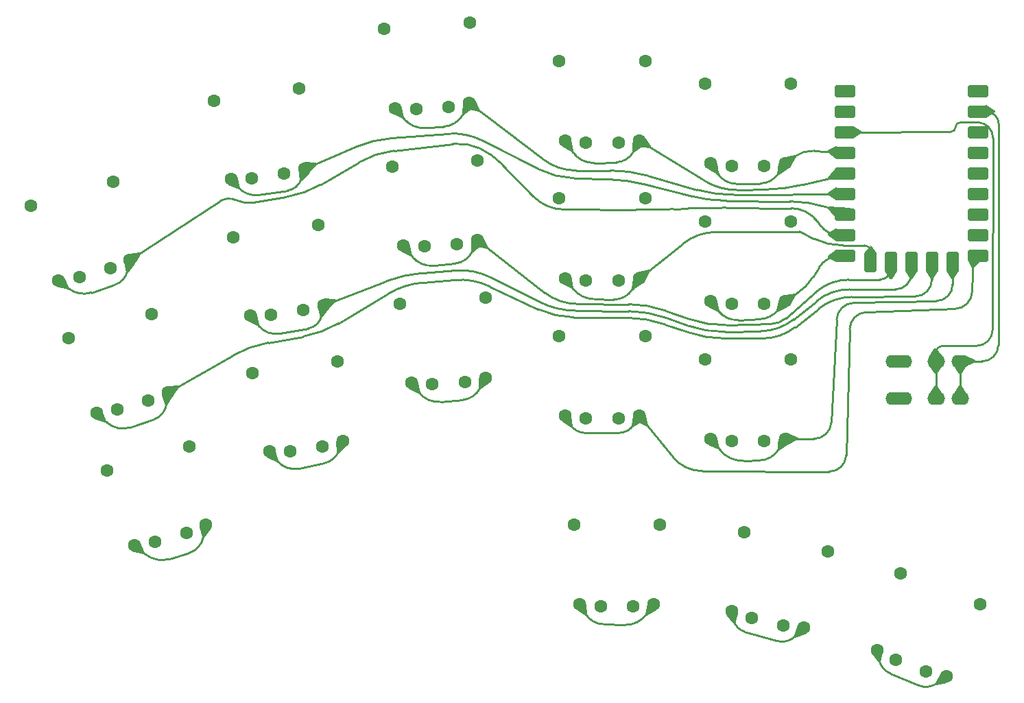
<source format=gbr>
%TF.GenerationSoftware,KiCad,Pcbnew,7.0.2-0*%
%TF.CreationDate,2023-05-11T15:54:29-04:00*%
%TF.ProjectId,mini,6d696e69-2e6b-4696-9361-645f70636258,v1.0.0*%
%TF.SameCoordinates,Original*%
%TF.FileFunction,Copper,L1,Top*%
%TF.FilePolarity,Positive*%
%FSLAX46Y46*%
G04 Gerber Fmt 4.6, Leading zero omitted, Abs format (unit mm)*
G04 Created by KiCad (PCBNEW 7.0.2-0) date 2023-05-11 15:54:29*
%MOMM*%
%LPD*%
G01*
G04 APERTURE LIST*
G04 Aperture macros list*
%AMRoundRect*
0 Rectangle with rounded corners*
0 $1 Rounding radius*
0 $2 $3 $4 $5 $6 $7 $8 $9 X,Y pos of 4 corners*
0 Add a 4 corners polygon primitive as box body*
4,1,4,$2,$3,$4,$5,$6,$7,$8,$9,$2,$3,0*
0 Add four circle primitives for the rounded corners*
1,1,$1+$1,$2,$3*
1,1,$1+$1,$4,$5*
1,1,$1+$1,$6,$7*
1,1,$1+$1,$8,$9*
0 Add four rect primitives between the rounded corners*
20,1,$1+$1,$2,$3,$4,$5,0*
20,1,$1+$1,$4,$5,$6,$7,0*
20,1,$1+$1,$6,$7,$8,$9,0*
20,1,$1+$1,$8,$9,$2,$3,0*%
G04 Aperture macros list end*
%TA.AperFunction,ComponentPad*%
%ADD10C,1.600000*%
%TD*%
%TA.AperFunction,ComponentPad*%
%ADD11O,2.200000X1.600000*%
%TD*%
%TA.AperFunction,ComponentPad*%
%ADD12RoundRect,0.400000X-0.900000X-0.400000X0.900000X-0.400000X0.900000X0.400000X-0.900000X0.400000X0*%
%TD*%
%TA.AperFunction,ComponentPad*%
%ADD13RoundRect,0.400050X-0.899950X-0.400050X0.899950X-0.400050X0.899950X0.400050X-0.899950X0.400050X0*%
%TD*%
%TA.AperFunction,ComponentPad*%
%ADD14RoundRect,0.400000X-0.400000X-0.900000X0.400000X-0.900000X0.400000X0.900000X-0.400000X0.900000X0*%
%TD*%
%TA.AperFunction,ComponentPad*%
%ADD15RoundRect,0.393700X-0.393700X-0.906300X0.393700X-0.906300X0.393700X0.906300X-0.393700X0.906300X0*%
%TD*%
%TA.AperFunction,Conductor*%
%ADD16C,0.250000*%
%TD*%
G04 APERTURE END LIST*
D10*
%TO.P,S18,1*%
%TO.N,GP2*%
X188682125Y-119091035D03*
X197233722Y-122373685D03*
%TO.P,S18,2*%
%TO.N,GND*%
X190983252Y-120295698D03*
X194717574Y-121729170D03*
%TO.P,S18,3*%
%TO.N,N/C*%
X201435824Y-113435943D03*
%TO.P,S18,4*%
X191539871Y-109637243D03*
%TD*%
%TO.P,S7,1*%
%TO.N,GP5*%
X131195715Y-86137661D03*
X140333401Y-85498692D03*
%TO.P,S7,2*%
%TO.N,GND*%
X133790357Y-86256959D03*
X137780613Y-85977933D03*
%TO.P,S7,3*%
%TO.N,N/C*%
X140364546Y-75622461D03*
%TO.P,S7,4*%
X129790367Y-76361880D03*
%TD*%
%TO.P,S11,1*%
%TO.N,GP13*%
X150166600Y-73200400D03*
X159326600Y-73200400D03*
%TO.P,S11,2*%
%TO.N,GND*%
X152746600Y-73500400D03*
X156746600Y-73500400D03*
%TO.P,S11,3*%
%TO.N,N/C*%
X160046600Y-63350400D03*
%TO.P,S11,4*%
X149446600Y-63350400D03*
%TD*%
%TO.P,S16,1*%
%TO.N,GP7*%
X151966600Y-113433800D03*
X161126600Y-113433800D03*
%TO.P,S16,2*%
%TO.N,GND*%
X154546600Y-113733800D03*
X158546600Y-113733800D03*
%TO.P,S16,3*%
%TO.N,N/C*%
X161846600Y-103583800D03*
%TO.P,S16,4*%
X151246600Y-103583800D03*
%TD*%
%TO.P,S4,1*%
%TO.N,GP4*%
X113662455Y-94603480D03*
X122733311Y-93328654D03*
%TO.P,S4,2*%
%TO.N,GND*%
X116259099Y-94541494D03*
X120220171Y-93984801D03*
%TO.P,S4,3*%
%TO.N,N/C*%
X122075449Y-83474309D03*
%TO.P,S4,4*%
X111578607Y-84949544D03*
%TD*%
%TO.P,S5,1*%
%TO.N,GP11*%
X111296555Y-77768880D03*
X120367411Y-76494054D03*
%TO.P,S5,2*%
%TO.N,GND*%
X113893199Y-77706894D03*
X117854271Y-77150201D03*
%TO.P,S5,3*%
%TO.N,N/C*%
X119709549Y-66639709D03*
%TO.P,S5,4*%
X109212707Y-68114944D03*
%TD*%
%TO.P,S10,1*%
%TO.N,GP8*%
X150166600Y-90200400D03*
X159326600Y-90200400D03*
%TO.P,S10,2*%
%TO.N,GND*%
X152746600Y-90500400D03*
X156746600Y-90500400D03*
%TO.P,S10,3*%
%TO.N,N/C*%
X160046600Y-80350400D03*
%TO.P,S10,4*%
X149446600Y-80350400D03*
%TD*%
%TO.P,S6,1*%
%TO.N,GP26*%
X108930655Y-60934380D03*
X118001511Y-59659554D03*
%TO.P,S6,2*%
%TO.N,GND*%
X111527299Y-60872394D03*
X115488371Y-60315701D03*
%TO.P,S6,3*%
%TO.N,N/C*%
X117343649Y-49805209D03*
%TO.P,S6,4*%
X106846807Y-51280444D03*
%TD*%
%TO.P,S13,1*%
%TO.N,GP9*%
X168166600Y-93033800D03*
X177326600Y-93033800D03*
%TO.P,S13,2*%
%TO.N,GND*%
X170746600Y-93333800D03*
X174746600Y-93333800D03*
%TO.P,S13,3*%
%TO.N,N/C*%
X178046600Y-83183800D03*
%TO.P,S13,4*%
X167446600Y-83183800D03*
%TD*%
%TO.P,S3,1*%
%TO.N,GP15*%
X87631472Y-73481954D03*
X96436629Y-70957116D03*
%TO.P,S3,2*%
%TO.N,GND*%
X90194218Y-73059188D03*
X94039265Y-71956638D03*
%TO.P,S3,3*%
%TO.N,N/C*%
X94413710Y-61290229D03*
%TO.P,S3,4*%
X84224336Y-64211985D03*
%TD*%
D11*
%TO.P,TRRS1,1*%
%TO.N,GND*%
X190846600Y-83433800D03*
X190846600Y-88033800D03*
%TO.P,TRRS1,2*%
X191946600Y-83433800D03*
X191946600Y-88033800D03*
%TO.P,TRRS1,3*%
%TO.N,P3V3*%
X195946600Y-83433800D03*
X195946600Y-88033800D03*
%TO.P,TRRS1,4*%
%TO.N,GP1*%
X198946600Y-83433800D03*
X198946600Y-88033800D03*
%TD*%
D10*
%TO.P,S9,1*%
%TO.N,GP27*%
X129223015Y-52192661D03*
X138360701Y-51553692D03*
%TO.P,S9,2*%
%TO.N,GND*%
X131817657Y-52311959D03*
X135807913Y-52032933D03*
%TO.P,S9,3*%
%TO.N,N/C*%
X138391846Y-41677461D03*
%TO.P,S9,4*%
X127817667Y-42416880D03*
%TD*%
%TO.P,S1,1*%
%TO.N,GP3*%
X97003172Y-106164854D03*
X105808329Y-103640016D03*
%TO.P,S1,2*%
%TO.N,GND*%
X99565918Y-105742088D03*
X103410965Y-104639538D03*
%TO.P,S1,3*%
%TO.N,N/C*%
X103785410Y-93973129D03*
%TO.P,S1,4*%
X93596036Y-96894885D03*
%TD*%
%TO.P,S2,1*%
%TO.N,GP10*%
X92317372Y-89823454D03*
X101122529Y-87298616D03*
%TO.P,S2,2*%
%TO.N,GND*%
X94880118Y-89400688D03*
X98725165Y-88298138D03*
%TO.P,S2,3*%
%TO.N,N/C*%
X99099610Y-77631729D03*
%TO.P,S2,4*%
X88910236Y-80553485D03*
%TD*%
D12*
%TO.P,RP2040Zero1,1*%
%TO.N,GP0*%
X201126600Y-50073800D03*
X201126600Y-50073800D03*
%TO.P,RP2040Zero1,2*%
%TO.N,GP1*%
X201126600Y-52613800D03*
X201126600Y-52613800D03*
%TO.P,RP2040Zero1,3*%
%TO.N,GP2*%
X201126600Y-55153800D03*
X201126600Y-55153800D03*
%TO.P,RP2040Zero1,4*%
%TO.N,GP3*%
X201126600Y-57693800D03*
X201126600Y-57693800D03*
%TO.P,RP2040Zero1,5*%
%TO.N,GP4*%
X201126600Y-60233800D03*
X201126600Y-60233800D03*
D13*
%TO.P,RP2040Zero1,6*%
%TO.N,GP5*%
X201126600Y-62773800D03*
X201126600Y-62773800D03*
%TO.P,RP2040Zero1,7*%
%TO.N,GP6*%
X201126600Y-65313800D03*
X201126600Y-65313800D03*
%TO.P,RP2040Zero1,8*%
%TO.N,GP7*%
X201126600Y-67853800D03*
X201126600Y-67853800D03*
%TO.P,RP2040Zero1,9*%
%TO.N,GP8*%
X201126600Y-70393800D03*
X201126600Y-70393800D03*
D14*
%TO.P,RP2040Zero1,10*%
%TO.N,GP9*%
X197986600Y-71203800D03*
X197986600Y-71203800D03*
D15*
%TO.P,RP2040Zero1,11*%
%TO.N,GP10*%
X195446600Y-71203800D03*
X195446600Y-71203800D03*
%TO.P,RP2040Zero1,12*%
%TO.N,GP11*%
X192906600Y-71203800D03*
X192906600Y-71203800D03*
%TO.P,RP2040Zero1,13*%
%TO.N,GP12*%
X190366600Y-71203800D03*
X190366600Y-71203800D03*
%TO.P,RP2040Zero1,14*%
%TO.N,GP13*%
X187826600Y-71203800D03*
X187826600Y-71203800D03*
D13*
%TO.P,RP2040Zero1,15*%
%TO.N,GP14*%
X184686600Y-70393800D03*
X184686600Y-70393800D03*
%TO.P,RP2040Zero1,16*%
%TO.N,GP15*%
X184686600Y-67853800D03*
X184686600Y-67853800D03*
%TO.P,RP2040Zero1,17*%
%TO.N,GP26*%
X184686600Y-65313800D03*
X184686600Y-65313800D03*
%TO.P,RP2040Zero1,18*%
%TO.N,GP27*%
X184686600Y-62773800D03*
X184686600Y-62773800D03*
%TO.P,RP2040Zero1,19*%
%TO.N,P5V*%
X184686600Y-50073800D03*
X184686600Y-50073800D03*
%TO.P,RP2040Zero1,20*%
%TO.N,GND*%
X184686600Y-52613800D03*
X184686600Y-52613800D03*
%TO.P,RP2040Zero1,21*%
%TO.N,P3V3*%
X184686600Y-55153800D03*
X184686600Y-55153800D03*
%TO.P,RP2040Zero1,22*%
%TO.N,GP28*%
X184686600Y-60233800D03*
X184686600Y-60233800D03*
%TO.P,RP2040Zero1,23*%
%TO.N,GP29*%
X184686600Y-57693800D03*
X184686600Y-57693800D03*
%TD*%
D10*
%TO.P,S8,1*%
%TO.N,GP12*%
X130209315Y-69165161D03*
X139347001Y-68526192D03*
%TO.P,S8,2*%
%TO.N,GND*%
X132803957Y-69284459D03*
X136794213Y-69005433D03*
%TO.P,S8,3*%
%TO.N,N/C*%
X139378146Y-58649961D03*
%TO.P,S8,4*%
X128803967Y-59389380D03*
%TD*%
%TO.P,S15,1*%
%TO.N,GP29*%
X168166600Y-59033800D03*
X177326600Y-59033800D03*
%TO.P,S15,2*%
%TO.N,GND*%
X170746600Y-59333800D03*
X174746600Y-59333800D03*
%TO.P,S15,3*%
%TO.N,N/C*%
X178046600Y-49183800D03*
%TO.P,S15,4*%
X167446600Y-49183800D03*
%TD*%
%TO.P,S12,1*%
%TO.N,GP28*%
X150166600Y-56200400D03*
X159326600Y-56200400D03*
%TO.P,S12,2*%
%TO.N,GND*%
X152746600Y-56500400D03*
X156746600Y-56500400D03*
%TO.P,S12,3*%
%TO.N,N/C*%
X160046600Y-46350400D03*
%TO.P,S12,4*%
X149446600Y-46350400D03*
%TD*%
%TO.P,S14,1*%
%TO.N,GP14*%
X168166600Y-76033800D03*
X177326600Y-76033800D03*
%TO.P,S14,2*%
%TO.N,GND*%
X170746600Y-76333800D03*
X174746600Y-76333800D03*
%TO.P,S14,3*%
%TO.N,N/C*%
X178046600Y-66183800D03*
%TO.P,S14,4*%
X167446600Y-66183800D03*
%TD*%
%TO.P,S17,1*%
%TO.N,GP6*%
X170736735Y-114272812D03*
X179661965Y-116333363D03*
%TO.P,S17,2*%
%TO.N,GND*%
X173183124Y-115145496D03*
X177080604Y-116045300D03*
%TO.P,S17,3*%
%TO.N,N/C*%
X182579279Y-106897783D03*
%TO.P,S17,4*%
X172250956Y-104513302D03*
%TD*%
D16*
%TO.N,GP3*%
X101328069Y-107854501D02*
X103740582Y-107122615D01*
X105513837Y-105157009D02*
X105808329Y-103640016D01*
X98338998Y-107260451D02*
X97003172Y-106164854D01*
X103740575Y-107122593D02*
G75*
G03*
X105513837Y-105157009I-744575J2454393D01*
G01*
X98338983Y-107260470D02*
G75*
G03*
X101328069Y-107854501I2050417J2500070D01*
G01*
%TO.N,GP10*%
X122158241Y-78788526D02*
X128331101Y-75118178D01*
X195435406Y-73413191D02*
X195446600Y-70603800D01*
X93597626Y-90991013D02*
X92317372Y-89823454D01*
X136481209Y-73415750D02*
X132624609Y-73741307D01*
X96519925Y-91605462D02*
X99429187Y-90625500D01*
X165332343Y-79874716D02*
X162428006Y-78870209D01*
X140859541Y-74203647D02*
X146820684Y-77012309D01*
X101122529Y-87298616D02*
X109186995Y-82717773D01*
X117872283Y-80383467D02*
X113499904Y-81161375D01*
X178601336Y-79224929D02*
X181500703Y-76939835D01*
X193422118Y-75436702D02*
X185571716Y-75507746D01*
X151231852Y-78021964D02*
X157900240Y-78086706D01*
X174533309Y-80635316D02*
X169858412Y-80635316D01*
X101122529Y-87298616D02*
X100959358Y-88731826D01*
X93597593Y-90991049D02*
G75*
G03*
X96519925Y-91605462I1982907J2174349D01*
G01*
X99429164Y-90625432D02*
G75*
G03*
X100959358Y-88731826I-724264J2150332D01*
G01*
X193422118Y-75436739D02*
G75*
G03*
X195435406Y-73413191I-18418J2031639D01*
G01*
X162428002Y-78870222D02*
G75*
G03*
X157900240Y-78086706I-4666402J-13491878D01*
G01*
X117872284Y-80383473D02*
G75*
G03*
X122158241Y-78788525I-2234984J12561973D01*
G01*
X146820691Y-77012294D02*
G75*
G03*
X151231852Y-78021964I4514009J9580494D01*
G01*
X132624609Y-73741303D02*
G75*
G03*
X128331101Y-75118179I845891J-10020397D01*
G01*
X185571716Y-75507747D02*
G75*
G03*
X181500703Y-76939836I60384J-6674053D01*
G01*
X113499906Y-81161384D02*
G75*
G03*
X109186995Y-82717773I2370094J-13321716D01*
G01*
X140859547Y-74203634D02*
G75*
G03*
X136481209Y-73415750I-3656647J-7760966D01*
G01*
X165332342Y-79874718D02*
G75*
G03*
X169858412Y-80635316I4526058J13086218D01*
G01*
X174533309Y-80635311D02*
G75*
G03*
X178601336Y-79224929I-9J6572011D01*
G01*
%TO.N,GP15*%
X146239625Y-63091702D02*
X142425300Y-59157856D01*
X107585411Y-63692080D02*
X96436629Y-70957116D01*
X96155638Y-72275445D02*
X96436629Y-70957116D01*
X124725374Y-58890244D02*
X120054596Y-61618728D01*
X181681226Y-66684085D02*
X181309554Y-66186849D01*
X88887353Y-74472334D02*
X87631472Y-73481954D01*
X94593119Y-74011663D02*
X91663834Y-74966865D01*
X163569193Y-64667270D02*
X165352400Y-64586582D01*
X183899297Y-67824659D02*
X185286600Y-67853800D01*
X129029948Y-57457819D02*
X136382775Y-56617496D01*
X158886061Y-64761825D02*
X150058533Y-64719077D01*
X111641466Y-63844695D02*
X115755422Y-63167941D01*
X170035396Y-64499082D02*
X178098775Y-64562407D01*
X158886061Y-64761825D02*
G75*
G03*
X163569193Y-64667270I453139J93577325D01*
G01*
X129029947Y-57457809D02*
G75*
G03*
X124725374Y-58890245I1250553J-10941991D01*
G01*
X115755424Y-63167956D02*
G75*
G03*
X120054596Y-61618728I-2040024J12400956D01*
G01*
X170035396Y-64499083D02*
G75*
G03*
X165352400Y-64586583I-693196J-88261017D01*
G01*
X109530400Y-63554485D02*
G75*
G03*
X107585411Y-63692081I-848600J-1820115D01*
G01*
X88887345Y-74472345D02*
G75*
G03*
X91663834Y-74966864I1850155J2346145D01*
G01*
X139661271Y-57168543D02*
G75*
G03*
X136382775Y-56617496I-2596271J-5418357D01*
G01*
X181681217Y-66684092D02*
G75*
G03*
X183899297Y-67824658I2277783J1702592D01*
G01*
X146239648Y-63091680D02*
G75*
G03*
X150058533Y-64719076I3844852J3727980D01*
G01*
X94593100Y-74011606D02*
G75*
G03*
X96155638Y-72275445I-725100J2223806D01*
G01*
X109530404Y-63554477D02*
G75*
G03*
X111641466Y-63844694I1525196J3271277D01*
G01*
X181309568Y-66186838D02*
G75*
G03*
X178098775Y-64562408I-3242568J-2423762D01*
G01*
X142425301Y-59157855D02*
G75*
G03*
X139661267Y-57168551I-6943001J-6732045D01*
G01*
%TO.N,GP4*%
X117309268Y-96692489D02*
X120435160Y-96041262D01*
X122230810Y-94550255D02*
X122733311Y-93328654D01*
X114705079Y-95810647D02*
X113662455Y-94603480D01*
X120435157Y-96041248D02*
G75*
G03*
X122230809Y-94550255I-508057J2438648D01*
G01*
X114705052Y-95810670D02*
G75*
G03*
X117309268Y-96692489I2051348J1771770D01*
G01*
%TO.N,GP11*%
X128088570Y-73564962D02*
X120367411Y-76494054D01*
X151408703Y-77199645D02*
X158067309Y-77270319D01*
X136609580Y-72238967D02*
X132592501Y-72555126D01*
X181241158Y-75999317D02*
X178404289Y-78268812D01*
X192919643Y-72590312D02*
X192906600Y-70603800D01*
X185296375Y-74576824D02*
X190946131Y-74576824D01*
X120113391Y-77816174D02*
X120367411Y-76494054D01*
X114920311Y-80032029D02*
X118534583Y-79378018D01*
X112307319Y-79045418D02*
X111296555Y-77768880D01*
X169913455Y-79812185D02*
X174343395Y-79733779D01*
X165399553Y-79074658D02*
X162586975Y-78074630D01*
X147028630Y-76137446D02*
X140958266Y-73090361D01*
X112307333Y-79045407D02*
G75*
G03*
X114920311Y-80032029I2129367J1686007D01*
G01*
X190946131Y-74576885D02*
G75*
G03*
X192919642Y-72590312I-31J1973585D01*
G01*
X165399556Y-79074648D02*
G75*
G03*
X169913455Y-79812184I4287444J12058348D01*
G01*
X132592501Y-72555126D02*
G75*
G03*
X128088570Y-73564962I1279299J-16254574D01*
G01*
X174343395Y-79733779D02*
G75*
G03*
X178404289Y-78268812I-118395J6689079D01*
G01*
X140958257Y-73090378D02*
G75*
G03*
X136609580Y-72238968I-3701357J-7373722D01*
G01*
X162586971Y-78074641D02*
G75*
G03*
X158067309Y-77270319I-4667571J-13127459D01*
G01*
X185296375Y-74576800D02*
G75*
G03*
X181241158Y-75999317I25J-6491500D01*
G01*
X147028624Y-76137458D02*
G75*
G03*
X151408703Y-77199644I4486176J8937358D01*
G01*
X118534592Y-79378067D02*
G75*
G03*
X120113390Y-77816174I-349692J1932367D01*
G01*
%TO.N,GP26*%
X182478373Y-64431654D02*
X185286600Y-65313800D01*
X128773236Y-55912839D02*
X135684353Y-55367122D01*
X118001511Y-59659554D02*
X117622183Y-60918611D01*
X140023944Y-56231277D02*
X146866222Y-59723478D01*
X124307066Y-57000687D02*
X118001511Y-59659554D01*
X160158449Y-61650742D02*
X165482211Y-63021215D01*
X112254664Y-62904104D02*
X115941622Y-62367168D01*
X109878409Y-62023259D02*
X108930655Y-60934380D01*
X177924597Y-63709010D02*
X170077591Y-63627483D01*
X151241940Y-60851333D02*
X155561239Y-60992205D01*
X109878425Y-62023245D02*
G75*
G03*
X112254664Y-62904104I1995075J1736445D01*
G01*
X182478375Y-64431647D02*
G75*
G03*
X177924597Y-63709010I-4717275J-15017053D01*
G01*
X128773237Y-55912856D02*
G75*
G03*
X124307066Y-57000688I1134663J-14370444D01*
G01*
X146866215Y-59723491D02*
G75*
G03*
X151241940Y-60851333I4713685J9235591D01*
G01*
X115941620Y-62367152D02*
G75*
G03*
X117622183Y-60918611I-297720J2044552D01*
G01*
X140023952Y-56231262D02*
G75*
G03*
X135684353Y-55367122I-3699052J-7247638D01*
G01*
X160158449Y-61650742D02*
G75*
G03*
X155561239Y-60992205I-5288749J-20544758D01*
G01*
X165482210Y-63021219D02*
G75*
G03*
X170077591Y-63627482I4795190J18627519D01*
G01*
%TO.N,GP5*%
X139659126Y-86796160D02*
X140333401Y-85498692D01*
X132193427Y-87364837D02*
X131195715Y-86137661D01*
X134766898Y-88456463D02*
X137528016Y-88218948D01*
X137528012Y-88218899D02*
G75*
G03*
X139659125Y-86796160I-227812J2648699D01*
G01*
X132193421Y-87364842D02*
G75*
G03*
X134766898Y-88456463I2317479J1884142D01*
G01*
%TO.N,GP12*%
X151727133Y-76378956D02*
X158021967Y-76407569D01*
X175694628Y-78826523D02*
X170050926Y-78972733D01*
X131264141Y-70499508D02*
X130209315Y-69165161D01*
X136643726Y-71368827D02*
X134010141Y-71652009D01*
X185180349Y-73379545D02*
X189008189Y-73379545D01*
X165538050Y-78256895D02*
X162541651Y-77195198D01*
X139347001Y-68526192D02*
X138729840Y-69868534D01*
X139347001Y-68526192D02*
X147645012Y-74969763D01*
X190381370Y-71991672D02*
X190366600Y-70603800D01*
X181195685Y-74865276D02*
X177400040Y-78152843D01*
X147645012Y-74969763D02*
G75*
G03*
X151727133Y-76378956I4112588J5296163D01*
G01*
X131264144Y-70499505D02*
G75*
G03*
X134010141Y-71652009I2416656J1910405D01*
G01*
X175694628Y-78826520D02*
G75*
G03*
X176604897Y-78638159I-67928J2621920D01*
G01*
X176604894Y-78638152D02*
G75*
G03*
X177400040Y-78152843I-1052594J2618652D01*
G01*
X136643727Y-71368841D02*
G75*
G03*
X138729839Y-69868534I-278227J2587341D01*
G01*
X185180349Y-73379588D02*
G75*
G03*
X181195685Y-74865276I-49J-6086212D01*
G01*
X162541651Y-77195199D02*
G75*
G03*
X158021967Y-76407570I-4582051J-12931801D01*
G01*
X189008189Y-73379547D02*
G75*
G03*
X190381369Y-71991672I11J1373247D01*
G01*
X165538054Y-78256883D02*
G75*
G03*
X170050926Y-78972733I4188146J11819983D01*
G01*
%TO.N,GP27*%
X138360701Y-51553692D02*
X147443874Y-58511280D01*
X160337111Y-60536949D02*
X166467869Y-62282427D01*
X130241458Y-53473206D02*
X129223015Y-52192661D01*
X138360701Y-51553692D02*
X137582561Y-52966828D01*
X155762447Y-59898415D02*
X151535913Y-59898415D01*
X132892356Y-54643698D02*
X135194863Y-54488473D01*
X171041010Y-62900096D02*
X185286600Y-62773800D01*
X166467869Y-62282426D02*
G75*
G03*
X171041010Y-62900095I4429731J15558826D01*
G01*
X130241469Y-53473197D02*
G75*
G03*
X132892356Y-54643698I2441131J1941497D01*
G01*
X160337114Y-60536938D02*
G75*
G03*
X155762447Y-59898415I-4574614J-16067862D01*
G01*
X147443869Y-58511287D02*
G75*
G03*
X151535913Y-59898415I4092031J5342187D01*
G01*
X135194862Y-54488452D02*
G75*
G03*
X137582561Y-52966828I-198562J2945752D01*
G01*
%TO.N,GP8*%
X159326600Y-90200400D02*
X158671374Y-91252717D01*
X184866554Y-95065227D02*
X185301316Y-79475919D01*
X167104951Y-97004876D02*
X182800676Y-97066428D01*
X163463181Y-95267850D02*
X159326600Y-90200400D01*
X200417900Y-74879069D02*
X200526600Y-70393800D01*
X187382665Y-77376674D02*
X198345445Y-76976989D01*
X152687052Y-92305035D02*
X156776513Y-92305035D01*
X150810090Y-91252717D02*
X150166600Y-90200400D01*
X163463184Y-95267847D02*
G75*
G03*
X167104951Y-97004876I3660316J2987947D01*
G01*
X187382666Y-77376711D02*
G75*
G03*
X185301317Y-79475919I78734J-2159489D01*
G01*
X156776513Y-92305054D02*
G75*
G03*
X158671373Y-91252717I-13J2232154D01*
G01*
X198345442Y-76976905D02*
G75*
G03*
X200417899Y-74879069I-78342J2150005D01*
G01*
X182800676Y-97066439D02*
G75*
G03*
X184866554Y-95065227I8024J2058639D01*
G01*
X150810142Y-91252685D02*
G75*
G03*
X152687052Y-92305035I1876958J1147685D01*
G01*
%TO.N,GP13*%
X179183456Y-67475547D02*
X180848740Y-68301363D01*
X151135703Y-74468056D02*
X150166600Y-73200400D01*
X187858891Y-69874816D02*
X187826600Y-70603800D01*
X159326600Y-73200400D02*
X164763297Y-68910722D01*
X153700066Y-75771162D02*
X156156111Y-75825741D01*
X179108225Y-67438240D02*
X179070610Y-67419587D01*
X179108225Y-67438240D02*
X179183456Y-67475547D01*
X158519112Y-74530354D02*
X159326600Y-73200400D01*
X187161483Y-69145832D02*
X184452426Y-69145832D01*
X179103854Y-67457034D02*
X168831496Y-67491400D01*
X156156111Y-75825720D02*
G75*
G03*
X158519112Y-74530354I59889J2693720D01*
G01*
X179183463Y-67475533D02*
G75*
G03*
X179103854Y-67457034I-78963J-159267D01*
G01*
X187858883Y-69874816D02*
G75*
G03*
X187161483Y-69145832I-697383J30916D01*
G01*
X151135665Y-74468085D02*
G75*
G03*
X153700066Y-75771161I2638135J2016885D01*
G01*
X179103854Y-67457003D02*
G75*
G03*
X179108225Y-67438240I-54J9903D01*
G01*
X180848734Y-68301375D02*
G75*
G03*
X184452426Y-69145832I3603666J7266975D01*
G01*
X168831496Y-67491389D02*
G75*
G03*
X164763297Y-68910722I22104J-6603311D01*
G01*
%TO.N,GP28*%
X167366166Y-61161168D02*
X159326600Y-56200400D01*
X159326600Y-56200400D02*
X158656167Y-57515777D01*
X179555398Y-61645282D02*
X185286600Y-60233800D01*
X151117013Y-57609224D02*
X150166600Y-56200400D01*
X153766013Y-58964409D02*
X156510090Y-58877754D01*
X171614435Y-62319669D02*
X174951672Y-62251563D01*
X167366154Y-61161188D02*
G75*
G03*
X171614435Y-62319669I4089346J6627388D01*
G01*
X156510090Y-58877742D02*
G75*
G03*
X158656166Y-57515777I-78790J2495942D01*
G01*
X174951672Y-62251567D02*
G75*
G03*
X179555398Y-61645281I-429472J21043067D01*
G01*
X151117041Y-57609205D02*
G75*
G03*
X153766013Y-58964409I2551859J1721505D01*
G01*
%TO.N,GP9*%
X169282474Y-94402925D02*
X168166600Y-93033800D01*
X198009610Y-73958841D02*
X197986600Y-70603800D01*
X183689953Y-78304893D02*
X183037982Y-90988695D01*
X177326600Y-93033800D02*
X180911373Y-93017830D01*
X172164133Y-95730985D02*
X174189506Y-95683884D01*
X196017618Y-76009112D02*
X185823471Y-76233159D01*
X177326600Y-93033800D02*
X176524647Y-94341014D01*
X169282467Y-94402931D02*
G75*
G03*
X172164133Y-95730985I2797733J2280231D01*
G01*
X180911373Y-93017880D02*
G75*
G03*
X183037981Y-90988695I-9573J2138980D01*
G01*
X174189507Y-95683917D02*
G75*
G03*
X176524647Y-94341014I-65507J2815617D01*
G01*
X185823470Y-76233103D02*
G75*
G03*
X183689954Y-78304893I48030J-2183897D01*
G01*
X196017617Y-76009066D02*
G75*
G03*
X198009609Y-73958841I-44717J2036266D01*
G01*
%TO.N,GP14*%
X169096741Y-77235384D02*
X168166600Y-76033800D01*
X177326600Y-76033800D02*
X176462736Y-77111562D01*
X181521275Y-71865767D02*
X180835039Y-72977943D01*
X183796147Y-70494134D02*
X185286600Y-70393800D01*
X171544913Y-78369500D02*
X174218992Y-78250653D01*
X177326600Y-76033800D02*
X178664293Y-75180932D01*
X169096764Y-77235366D02*
G75*
G03*
X171544913Y-78369500I2318036J1794366D01*
G01*
X174218992Y-78250657D02*
G75*
G03*
X176462736Y-77111562I-135392J3046057D01*
G01*
X183796146Y-70494118D02*
G75*
G03*
X181521275Y-71865767I194954J-2895582D01*
G01*
X178664301Y-75180945D02*
G75*
G03*
X180835039Y-72977943I-3723201J5839645D01*
G01*
%TO.N,GP29*%
X176524647Y-60253576D02*
X177326600Y-59033800D01*
X178443889Y-58210513D02*
X177326600Y-59033800D01*
X169034830Y-60315487D02*
X168166600Y-59033800D01*
X174263236Y-61504405D02*
X171450789Y-61564244D01*
X180947045Y-57461434D02*
X185286600Y-57693800D01*
X169034857Y-60315469D02*
G75*
G03*
X171450789Y-61564244I2355443J1595569D01*
G01*
X180947046Y-57461422D02*
G75*
G03*
X178443889Y-58210514I-206946J-3865278D01*
G01*
X174263235Y-61504349D02*
G75*
G03*
X176524646Y-60253576I-59035J2776449D01*
G01*
%TO.N,GP7*%
X160191607Y-114720020D02*
X161126600Y-113433800D01*
X154897044Y-115912485D02*
X157666832Y-115972051D01*
X152714751Y-114657722D02*
X151966600Y-113433800D01*
X157666832Y-115972053D02*
G75*
G03*
X160191607Y-114720020I65368J3039853D01*
G01*
X152714798Y-114657693D02*
G75*
G03*
X154897044Y-115912485I2238702J1368393D01*
G01*
%TO.N,GP6*%
X178648242Y-117353463D02*
X179661965Y-116333363D01*
X172313822Y-116823845D02*
X176253757Y-117971399D01*
X170977281Y-115388718D02*
X170736735Y-114272812D01*
X170977331Y-115388707D02*
G75*
G03*
X172313822Y-116823845I1872069J403507D01*
G01*
X176253748Y-117971429D02*
G75*
G03*
X178648241Y-117353462I677052J2324629D01*
G01*
%TO.N,GP2*%
X188920885Y-120289748D02*
X188682125Y-119091035D01*
X193755572Y-123444176D02*
X190284313Y-121967044D01*
X196124688Y-123177033D02*
X197233722Y-122373685D01*
X193755574Y-123444172D02*
G75*
G03*
X196124688Y-123177033I948326J2228572D01*
G01*
X188920874Y-120289750D02*
G75*
G03*
X190284313Y-121967043I2269526J452050D01*
G01*
%TO.N,P3V3*%
X195946600Y-83433800D02*
X195946600Y-88033800D01*
X200944114Y-81554470D02*
X196822178Y-81554470D01*
X197795889Y-55133326D02*
X185286600Y-55153800D01*
X202998253Y-55905088D02*
X202949129Y-79553615D01*
X201008544Y-53935705D02*
X198933182Y-53961327D01*
X195914279Y-82494135D02*
X195946600Y-83433800D01*
X196822178Y-81554442D02*
G75*
G03*
X195914279Y-82494135I22J-908458D01*
G01*
X197795889Y-55133308D02*
G75*
G03*
X198364557Y-54550443I-889J569708D01*
G01*
X198933182Y-53961350D02*
G75*
G03*
X198364558Y-54550443I7118J-575850D01*
G01*
X202998240Y-55905088D02*
G75*
G03*
X201008544Y-53935706I-1965440J4088D01*
G01*
X200944114Y-81554433D02*
G75*
G03*
X202949129Y-79553615I-14J2005033D01*
G01*
%TO.N,GP1*%
X203720730Y-54219652D02*
X203645995Y-81474048D01*
X201642805Y-83455637D02*
X198946600Y-83433800D01*
X202125858Y-52617098D02*
X200526600Y-52613800D01*
X198946600Y-83433800D02*
X198946600Y-88033800D01*
X201642805Y-83455637D02*
G75*
G03*
X203645995Y-81474048I16095J1987037D01*
G01*
X203720799Y-54219652D02*
G75*
G03*
X202125858Y-52617098I-1598199J4352D01*
G01*
%TD*%
%TA.AperFunction,Conductor*%
%TO.N,GP12*%
G36*
X139350831Y-68528705D02*
G01*
X139350852Y-68528726D01*
X139903664Y-69082834D01*
X139907081Y-69091111D01*
X139903644Y-69099380D01*
X139902887Y-69100072D01*
X138800160Y-70022415D01*
X138791616Y-70025094D01*
X138787767Y-70024070D01*
X138574049Y-69925810D01*
X138567963Y-69919241D01*
X138567237Y-69915353D01*
X138547173Y-68538046D01*
X138550479Y-68529726D01*
X138558702Y-68526179D01*
X138558754Y-68526178D01*
X139342557Y-68525289D01*
X139350831Y-68528705D01*
G37*
%TD.AperFunction*%
%TD*%
%TA.AperFunction,Conductor*%
%TO.N,GP8*%
G36*
X159327569Y-90202978D02*
G01*
X159330119Y-90206794D01*
X159629032Y-90930510D01*
X159629023Y-90939464D01*
X159624580Y-90944795D01*
X158601157Y-91607953D01*
X158592351Y-91609576D01*
X158588611Y-91608066D01*
X158388966Y-91483756D01*
X158383754Y-91476474D01*
X158383523Y-91472516D01*
X158525432Y-90210778D01*
X158529762Y-90202942D01*
X158537044Y-90200388D01*
X159319293Y-90199560D01*
X159327569Y-90202978D01*
G37*
%TD.AperFunction*%
%TD*%
%TA.AperFunction,Conductor*%
%TO.N,GP26*%
G36*
X109666542Y-60633268D02*
G01*
X109672867Y-60639607D01*
X109673317Y-60640910D01*
X110067497Y-62045282D01*
X110066433Y-62054174D01*
X110063913Y-62057269D01*
X109886483Y-62211703D01*
X109877993Y-62214550D01*
X109874160Y-62213618D01*
X108635072Y-61678050D01*
X108628837Y-61671622D01*
X108628899Y-61662847D01*
X108928143Y-60938119D01*
X108934467Y-60931782D01*
X108934478Y-60931776D01*
X109657589Y-60633257D01*
X109666542Y-60633268D01*
G37*
%TD.AperFunction*%
%TD*%
%TA.AperFunction,Conductor*%
%TO.N,GP12*%
G36*
X190371452Y-70620315D02*
G01*
X190377232Y-70626095D01*
X191121502Y-72255227D01*
X191121823Y-72264176D01*
X191120951Y-72266010D01*
X190523542Y-73284117D01*
X190516399Y-73289518D01*
X190513576Y-73289895D01*
X190276688Y-73292416D01*
X190268378Y-73289078D01*
X190266712Y-73287029D01*
X189612609Y-72266132D01*
X189611032Y-72257318D01*
X189611816Y-72254967D01*
X190355948Y-70626094D01*
X190362503Y-70619994D01*
X190371452Y-70620315D01*
G37*
%TD.AperFunction*%
%TD*%
%TA.AperFunction,Conductor*%
%TO.N,GP5*%
G36*
X140337276Y-85501227D02*
G01*
X140346028Y-85510000D01*
X140889628Y-86054897D01*
X140893045Y-86063174D01*
X140889608Y-86071443D01*
X140888423Y-86072477D01*
X139717302Y-86962158D01*
X139708641Y-86964433D01*
X139704829Y-86963223D01*
X139496107Y-86854754D01*
X139490346Y-86847898D01*
X139489808Y-86843996D01*
X139533034Y-85509998D01*
X139536727Y-85501842D01*
X139544713Y-85498679D01*
X140329000Y-85497810D01*
X140337276Y-85501227D01*
G37*
%TD.AperFunction*%
%TD*%
%TA.AperFunction,Conductor*%
%TO.N,GP15*%
G36*
X183639002Y-67086685D02*
G01*
X184897109Y-67672116D01*
X185262548Y-67842164D01*
X185268603Y-67848761D01*
X185268220Y-67857708D01*
X185261795Y-67863699D01*
X183509424Y-68534564D01*
X183500473Y-68534321D01*
X183498740Y-68533365D01*
X182589382Y-67925622D01*
X182584408Y-67918175D01*
X182584186Y-67915654D01*
X182589161Y-67678787D01*
X182592760Y-67670590D01*
X182595110Y-67668845D01*
X183628324Y-67087097D01*
X183637214Y-67086025D01*
X183639002Y-67086685D01*
G37*
%TD.AperFunction*%
%TD*%
%TA.AperFunction,Conductor*%
%TO.N,GP29*%
G36*
X168956583Y-59033789D02*
G01*
X168964852Y-59037224D01*
X168968132Y-59043699D01*
X169157694Y-60268332D01*
X169155573Y-60277032D01*
X169152694Y-60279809D01*
X168957973Y-60411716D01*
X168949201Y-60413518D01*
X168945472Y-60412110D01*
X168944803Y-60411716D01*
X168637443Y-60230644D01*
X167869206Y-59778060D01*
X167863818Y-59770908D01*
X167864331Y-59763513D01*
X168163049Y-59040215D01*
X168169374Y-59033876D01*
X168173874Y-59032981D01*
X168956583Y-59033789D01*
G37*
%TD.AperFunction*%
%TD*%
%TA.AperFunction,Conductor*%
%TO.N,GP29*%
G36*
X178530303Y-57995858D02*
G01*
X178533234Y-57998653D01*
X178672745Y-58187984D01*
X178674894Y-58196678D01*
X178673649Y-58200432D01*
X178070694Y-59330593D01*
X178063776Y-59336280D01*
X178055905Y-59335900D01*
X177330288Y-59036248D01*
X177323950Y-59029924D01*
X177025878Y-58307838D01*
X177025889Y-58298884D01*
X177032229Y-58292560D01*
X177034385Y-58291906D01*
X178521520Y-57994122D01*
X178530303Y-57995858D01*
G37*
%TD.AperFunction*%
%TD*%
%TA.AperFunction,Conductor*%
%TO.N,GP4*%
G36*
X122737105Y-93331152D02*
G01*
X122737124Y-93331171D01*
X123290334Y-93885657D01*
X123293751Y-93893934D01*
X123290315Y-93902204D01*
X123289916Y-93902583D01*
X122245866Y-94850579D01*
X122237437Y-94853603D01*
X122233550Y-94852737D01*
X122016028Y-94763261D01*
X122009681Y-94756945D01*
X122008795Y-94753063D01*
X121933963Y-93340957D01*
X121936948Y-93332515D01*
X121945028Y-93328655D01*
X121945602Y-93328639D01*
X122728828Y-93327735D01*
X122737105Y-93331152D01*
G37*
%TD.AperFunction*%
%TD*%
%TA.AperFunction,Conductor*%
%TO.N,GP15*%
G36*
X96442370Y-70961682D02*
G01*
X96752972Y-71272936D01*
X96995080Y-71515552D01*
X96998498Y-71523828D01*
X96996087Y-71530930D01*
X96233034Y-72527190D01*
X96225282Y-72531675D01*
X96221306Y-72531519D01*
X95991281Y-72482491D01*
X95983904Y-72477415D01*
X95982332Y-72473731D01*
X95699800Y-71272933D01*
X95701241Y-71264098D01*
X95706698Y-71259452D01*
X96429603Y-70959142D01*
X96438556Y-70959134D01*
X96442370Y-70961682D01*
G37*
%TD.AperFunction*%
%TD*%
%TA.AperFunction,Conductor*%
%TO.N,GP1*%
G36*
X199561048Y-82698737D02*
G01*
X200839178Y-83320947D01*
X200845117Y-83327650D01*
X200845757Y-83331562D01*
X200843851Y-83566766D01*
X200840357Y-83575011D01*
X200837073Y-83577285D01*
X199560962Y-84169094D01*
X199552015Y-84169466D01*
X199546999Y-84165907D01*
X198951700Y-83441217D01*
X198949098Y-83432651D01*
X198951699Y-83426367D01*
X199546887Y-82701829D01*
X199554786Y-82697613D01*
X199561048Y-82698737D01*
G37*
%TD.AperFunction*%
%TD*%
%TA.AperFunction,Conductor*%
%TO.N,GP13*%
G36*
X159327558Y-73202972D02*
G01*
X159330108Y-73206787D01*
X159629079Y-73930625D01*
X159629070Y-73939580D01*
X159624752Y-73944829D01*
X158616861Y-74616290D01*
X158608076Y-74618025D01*
X158604302Y-74616554D01*
X158403276Y-74494501D01*
X158397983Y-74487278D01*
X158397707Y-74483333D01*
X158525543Y-73210917D01*
X158529779Y-73203029D01*
X158537169Y-73200388D01*
X159319282Y-73199554D01*
X159327558Y-73202972D01*
G37*
%TD.AperFunction*%
%TD*%
%TA.AperFunction,Conductor*%
%TO.N,GP11*%
G36*
X192911456Y-70620315D02*
G01*
X192917236Y-70626095D01*
X193661478Y-72255175D01*
X193661799Y-72264124D01*
X193660881Y-72266035D01*
X193052620Y-73284703D01*
X193045437Y-73290050D01*
X193042652Y-73290405D01*
X192805753Y-73291960D01*
X192797457Y-73288587D01*
X192795778Y-73286499D01*
X192152540Y-72266110D01*
X192151028Y-72257284D01*
X192151792Y-72255019D01*
X192895952Y-70626094D01*
X192902507Y-70619994D01*
X192911456Y-70620315D01*
G37*
%TD.AperFunction*%
%TD*%
%TA.AperFunction,Conductor*%
%TO.N,GP14*%
G36*
X183509301Y-69714343D02*
G01*
X185261763Y-70383863D01*
X185268268Y-70390017D01*
X185268517Y-70398969D01*
X185262523Y-70405401D01*
X183638393Y-71161197D01*
X183629447Y-71161580D01*
X183628692Y-71161274D01*
X182603131Y-70703032D01*
X182596976Y-70696528D01*
X182596230Y-70693136D01*
X182580322Y-70456824D01*
X182583186Y-70448341D01*
X182584677Y-70446912D01*
X183497818Y-69716138D01*
X183506419Y-69713645D01*
X183509301Y-69714343D01*
G37*
%TD.AperFunction*%
%TD*%
%TA.AperFunction,Conductor*%
%TO.N,GP3*%
G36*
X97740895Y-105862984D02*
G01*
X97747007Y-105868837D01*
X98307483Y-107068821D01*
X98307879Y-107077767D01*
X98305929Y-107081192D01*
X98156764Y-107263065D01*
X98148867Y-107267288D01*
X98144871Y-107266994D01*
X96710162Y-106907252D01*
X96702971Y-106901916D01*
X96701659Y-106893057D01*
X96702193Y-106891439D01*
X97000545Y-106168710D01*
X97006865Y-106162375D01*
X97731942Y-105862974D01*
X97740895Y-105862984D01*
G37*
%TD.AperFunction*%
%TD*%
%TA.AperFunction,Conductor*%
%TO.N,GP15*%
G36*
X97697379Y-69990502D02*
G01*
X97700088Y-69993419D01*
X97828492Y-70190465D01*
X97830138Y-70199268D01*
X97828653Y-70202988D01*
X97180955Y-71254781D01*
X97173699Y-71260029D01*
X97166526Y-71259460D01*
X96443034Y-70960652D01*
X96436695Y-70954327D01*
X96435800Y-70949826D01*
X96436585Y-70199268D01*
X96436618Y-70167332D01*
X96440054Y-70159063D01*
X96446753Y-70155750D01*
X97688723Y-69988212D01*
X97697379Y-69990502D01*
G37*
%TD.AperFunction*%
%TD*%
%TA.AperFunction,Conductor*%
%TO.N,GP12*%
G36*
X130944638Y-68864281D02*
G01*
X130950963Y-68870621D01*
X130951543Y-68872431D01*
X131289953Y-70325496D01*
X131288492Y-70334331D01*
X131285814Y-70337328D01*
X131101296Y-70483193D01*
X131092680Y-70485636D01*
X131088897Y-70484524D01*
X131086177Y-70483193D01*
X129913028Y-69909090D01*
X129907104Y-69902377D01*
X129907357Y-69894118D01*
X130206840Y-69168868D01*
X130213162Y-69162532D01*
X130935686Y-68864270D01*
X130944638Y-68864281D01*
G37*
%TD.AperFunction*%
%TD*%
%TA.AperFunction,Conductor*%
%TO.N,GP26*%
G36*
X118005213Y-59662018D02*
G01*
X118341093Y-59998638D01*
X118559310Y-60217336D01*
X118562728Y-60225613D01*
X118559672Y-60233485D01*
X117667989Y-61210927D01*
X117659881Y-61214730D01*
X117655970Y-61214245D01*
X117430750Y-61146391D01*
X117423817Y-61140723D01*
X117422555Y-61136922D01*
X117203518Y-59672967D01*
X117205683Y-59664279D01*
X117213358Y-59659666D01*
X117215064Y-59659537D01*
X117996938Y-59658602D01*
X118005213Y-59662018D01*
G37*
%TD.AperFunction*%
%TD*%
%TA.AperFunction,Conductor*%
%TO.N,GP5*%
G36*
X131931203Y-85836714D02*
G01*
X131937528Y-85843054D01*
X131938073Y-85844718D01*
X132292740Y-87283823D01*
X132291392Y-87292676D01*
X132288761Y-87295701D01*
X132106251Y-87444084D01*
X132097670Y-87446644D01*
X132093873Y-87445585D01*
X130899634Y-86881519D01*
X130893617Y-86874887D01*
X130893817Y-86866474D01*
X131193230Y-86141377D01*
X131199554Y-86135041D01*
X131922249Y-85836703D01*
X131931203Y-85836714D01*
G37*
%TD.AperFunction*%
%TD*%
%TA.AperFunction,Conductor*%
%TO.N,GP14*%
G36*
X168901800Y-75732971D02*
G01*
X168908125Y-75739311D01*
X168908730Y-75741229D01*
X169234987Y-77204605D01*
X169233442Y-77213426D01*
X169230729Y-77216403D01*
X169044740Y-77360375D01*
X169036100Y-77362729D01*
X169032326Y-77361578D01*
X167870162Y-76777781D01*
X167864308Y-76771005D01*
X167864599Y-76762861D01*
X168164133Y-76037501D01*
X168170454Y-76031166D01*
X168892847Y-75732960D01*
X168901800Y-75732971D01*
G37*
%TD.AperFunction*%
%TD*%
%TA.AperFunction,Conductor*%
%TO.N,GP11*%
G36*
X120380031Y-75695075D02*
G01*
X121807557Y-75810636D01*
X121815527Y-75814719D01*
X121817552Y-75818148D01*
X121900983Y-76038076D01*
X121900714Y-76047027D01*
X121898499Y-76050313D01*
X120941355Y-77051102D01*
X120933161Y-77054712D01*
X120924813Y-77051470D01*
X120924636Y-77051298D01*
X120369918Y-76497841D01*
X120366482Y-76489572D01*
X120367396Y-75706723D01*
X120370833Y-75698455D01*
X120379110Y-75695038D01*
X120380031Y-75695075D01*
G37*
%TD.AperFunction*%
%TD*%
%TA.AperFunction,Conductor*%
%TO.N,GP13*%
G36*
X187882466Y-69052502D02*
G01*
X187884041Y-69054460D01*
X188022692Y-69270832D01*
X188577549Y-70136723D01*
X188579127Y-70145537D01*
X188574010Y-70152886D01*
X188573748Y-70153049D01*
X187834892Y-70599394D01*
X187826039Y-70600739D01*
X187821169Y-70598213D01*
X187163728Y-70027117D01*
X187159730Y-70019104D01*
X187162568Y-70010611D01*
X187162870Y-70010278D01*
X187862493Y-69270832D01*
X187862493Y-69060774D01*
X187865920Y-69052502D01*
X187874193Y-69049075D01*
X187882466Y-69052502D01*
G37*
%TD.AperFunction*%
%TD*%
%TA.AperFunction,Conductor*%
%TO.N,GP4*%
G36*
X114398297Y-94302387D02*
G01*
X114404622Y-94308726D01*
X114405083Y-94310071D01*
X114794790Y-95718431D01*
X114793694Y-95727318D01*
X114791162Y-95730406D01*
X114613141Y-95884162D01*
X114604640Y-95886976D01*
X114600811Y-95886029D01*
X113366816Y-95347172D01*
X113360605Y-95340721D01*
X113360684Y-95331985D01*
X113659946Y-94607217D01*
X113666270Y-94600880D01*
X113666281Y-94600874D01*
X114389343Y-94302376D01*
X114398297Y-94302387D01*
G37*
%TD.AperFunction*%
%TD*%
%TA.AperFunction,Conductor*%
%TO.N,GP27*%
G36*
X129958374Y-51891767D02*
G01*
X129964699Y-51898107D01*
X129965272Y-51899886D01*
X130307188Y-53349956D01*
X130305751Y-53358795D01*
X130303083Y-53361798D01*
X130118995Y-53508208D01*
X130110387Y-53510676D01*
X130106601Y-53509575D01*
X128926774Y-52936576D01*
X128920829Y-52929880D01*
X128921071Y-52921586D01*
X129220538Y-52196370D01*
X129226862Y-52190034D01*
X129949420Y-51891756D01*
X129958374Y-51891767D01*
G37*
%TD.AperFunction*%
%TD*%
%TA.AperFunction,Conductor*%
%TO.N,GP10*%
G36*
X195451464Y-70620315D02*
G01*
X195457244Y-70626095D01*
X196201417Y-72255041D01*
X196201738Y-72263990D01*
X196200702Y-72266096D01*
X195564342Y-73286158D01*
X195557055Y-73291363D01*
X195554368Y-73291665D01*
X195317466Y-73290721D01*
X195309207Y-73287261D01*
X195307497Y-73285068D01*
X194692362Y-72266051D01*
X194691020Y-72257197D01*
X194691736Y-72255142D01*
X195435962Y-70626093D01*
X195442515Y-70619994D01*
X195451464Y-70620315D01*
G37*
%TD.AperFunction*%
%TD*%
%TA.AperFunction,Conductor*%
%TO.N,GP13*%
G36*
X150901727Y-72899601D02*
G01*
X150908052Y-72905941D01*
X150908671Y-72907923D01*
X151227701Y-74377380D01*
X151226107Y-74386192D01*
X151223373Y-74389157D01*
X151036523Y-74532001D01*
X151027869Y-74534303D01*
X151024100Y-74533128D01*
X149870071Y-73944410D01*
X149864259Y-73937598D01*
X149864573Y-73929524D01*
X150164138Y-73204097D01*
X150170459Y-73197762D01*
X150892775Y-72899590D01*
X150901727Y-72899601D01*
G37*
%TD.AperFunction*%
%TD*%
%TA.AperFunction,Conductor*%
%TO.N,GP9*%
G36*
X168902102Y-92732847D02*
G01*
X168908427Y-92739187D01*
X168908969Y-92740838D01*
X169265069Y-94178704D01*
X169263731Y-94187559D01*
X169261104Y-94190586D01*
X169078774Y-94339189D01*
X169070196Y-94341760D01*
X169066398Y-94340705D01*
X167870537Y-93777652D01*
X167864512Y-93771028D01*
X167864707Y-93762601D01*
X168164114Y-93037516D01*
X168170438Y-93031180D01*
X168893148Y-92732836D01*
X168902102Y-92732847D01*
G37*
%TD.AperFunction*%
%TD*%
%TA.AperFunction,Conductor*%
%TO.N,GP26*%
G36*
X185396409Y-64513029D02*
G01*
X185404493Y-64516880D01*
X185407486Y-64525320D01*
X185407369Y-64526473D01*
X185288882Y-65305365D01*
X185284250Y-65313028D01*
X185278790Y-65315212D01*
X183393128Y-65554772D01*
X183384488Y-65552415D01*
X183382500Y-65550453D01*
X182638991Y-64616777D01*
X182636518Y-64608171D01*
X182636982Y-64605983D01*
X182707324Y-64382053D01*
X182713072Y-64375188D01*
X182719091Y-64373876D01*
X185396409Y-64513029D01*
G37*
%TD.AperFunction*%
%TD*%
%TA.AperFunction,Conductor*%
%TO.N,GP10*%
G36*
X101848949Y-87599491D02*
G01*
X101855273Y-87605830D01*
X101855262Y-87614784D01*
X101854410Y-87616446D01*
X101071070Y-88883592D01*
X101063805Y-88888827D01*
X101059794Y-88889065D01*
X100826094Y-88862458D01*
X100818262Y-88858117D01*
X100816362Y-88854662D01*
X100387029Y-87615167D01*
X100387560Y-87606230D01*
X100393594Y-87600537D01*
X101118153Y-87299487D01*
X101127105Y-87299478D01*
X101848949Y-87599491D01*
G37*
%TD.AperFunction*%
%TD*%
%TA.AperFunction,Conductor*%
%TO.N,GP9*%
G36*
X197991529Y-70619928D02*
G01*
X197997202Y-70625601D01*
X198753536Y-72251251D01*
X198753919Y-72260197D01*
X198752967Y-72262194D01*
X198133493Y-73297276D01*
X198126304Y-73302615D01*
X198123534Y-73302968D01*
X197886615Y-73304593D01*
X197878319Y-73301223D01*
X197876648Y-73299150D01*
X197220464Y-72262271D01*
X197218936Y-72253447D01*
X197219741Y-72251083D01*
X197975986Y-70625600D01*
X197982583Y-70619545D01*
X197991529Y-70619928D01*
G37*
%TD.AperFunction*%
%TD*%
%TA.AperFunction,Conductor*%
%TO.N,GP10*%
G36*
X195451464Y-70620315D02*
G01*
X195457244Y-70626095D01*
X196201417Y-72255041D01*
X196201738Y-72263990D01*
X196200702Y-72266096D01*
X195564342Y-73286158D01*
X195557055Y-73291363D01*
X195554368Y-73291665D01*
X195317466Y-73290721D01*
X195309207Y-73287261D01*
X195307497Y-73285068D01*
X194692362Y-72266051D01*
X194691020Y-72257197D01*
X194691736Y-72255142D01*
X195435962Y-70626093D01*
X195442515Y-70619994D01*
X195451464Y-70620315D01*
G37*
%TD.AperFunction*%
%TD*%
%TA.AperFunction,Conductor*%
%TO.N,P3V3*%
G36*
X196073688Y-86437227D02*
G01*
X196075083Y-86438911D01*
X196740355Y-87415062D01*
X196742183Y-87423828D01*
X196737785Y-87430952D01*
X195953698Y-88029382D01*
X195945043Y-88031677D01*
X195939502Y-88029382D01*
X195155414Y-87430952D01*
X195150916Y-87423208D01*
X195152843Y-87415063D01*
X195818116Y-86438911D01*
X195825608Y-86434004D01*
X195827785Y-86433800D01*
X196065415Y-86433800D01*
X196073688Y-86437227D01*
G37*
%TD.AperFunction*%
%TD*%
%TA.AperFunction,Conductor*%
%TO.N,GP2*%
G36*
X196504330Y-122071548D02*
G01*
X197227289Y-122370108D01*
X197233628Y-122376433D01*
X197234523Y-122380934D01*
X197233731Y-123164018D01*
X197230296Y-123172288D01*
X197224226Y-123175498D01*
X196030586Y-123403444D01*
X196021817Y-123401630D01*
X196018916Y-123398816D01*
X195880952Y-123208353D01*
X195878874Y-123199642D01*
X195880152Y-123195893D01*
X196489593Y-122076765D01*
X196496557Y-122071141D01*
X196504330Y-122071548D01*
G37*
%TD.AperFunction*%
%TD*%
%TA.AperFunction,Conductor*%
%TO.N,GP2*%
G36*
X188689165Y-119093060D02*
G01*
X189411916Y-119393313D01*
X189418240Y-119399651D01*
X189418774Y-119406964D01*
X189116064Y-120613536D01*
X189110727Y-120620727D01*
X189107001Y-120622164D01*
X188876338Y-120668107D01*
X188867555Y-120666362D01*
X188864664Y-120663612D01*
X188122458Y-119664819D01*
X188120275Y-119656136D01*
X188123568Y-119649577D01*
X188375440Y-119397182D01*
X188676395Y-119095600D01*
X188684665Y-119092166D01*
X188689165Y-119093060D01*
G37*
%TD.AperFunction*%
%TD*%
%TA.AperFunction,Conductor*%
%TO.N,GP12*%
G36*
X190371452Y-70620315D02*
G01*
X190377232Y-70626095D01*
X191121502Y-72255227D01*
X191121823Y-72264176D01*
X191120951Y-72266010D01*
X190523542Y-73284117D01*
X190516399Y-73289518D01*
X190513576Y-73289895D01*
X190276688Y-73292416D01*
X190268378Y-73289078D01*
X190266712Y-73287029D01*
X189612609Y-72266132D01*
X189611032Y-72257318D01*
X189611816Y-72254967D01*
X190355948Y-70626094D01*
X190362503Y-70619994D01*
X190371452Y-70620315D01*
G37*
%TD.AperFunction*%
%TD*%
%TA.AperFunction,Conductor*%
%TO.N,GP10*%
G36*
X102441582Y-86409602D02*
G01*
X102444081Y-86412654D01*
X102560250Y-86617166D01*
X102561357Y-86626052D01*
X102559636Y-86629692D01*
X101696214Y-87852966D01*
X101688643Y-87857749D01*
X101679908Y-87855778D01*
X101678392Y-87854502D01*
X101125102Y-87302543D01*
X101121665Y-87294274D01*
X101121665Y-87294247D01*
X101122391Y-86626052D01*
X101122517Y-86509511D01*
X101125953Y-86501243D01*
X101133398Y-86497854D01*
X102433090Y-86406762D01*
X102441582Y-86409602D01*
G37*
%TD.AperFunction*%
%TD*%
%TA.AperFunction,Conductor*%
%TO.N,GP11*%
G36*
X112031888Y-77467996D02*
G01*
X112038213Y-77474336D01*
X112038791Y-77476138D01*
X112378140Y-78928402D01*
X112376686Y-78937238D01*
X112374010Y-78940237D01*
X112189606Y-79086248D01*
X112180993Y-79088697D01*
X112177209Y-79087588D01*
X111000282Y-78512806D01*
X110994351Y-78506096D01*
X110994602Y-78497827D01*
X111294080Y-77772588D01*
X111300402Y-77766252D01*
X112022936Y-77467985D01*
X112031888Y-77467996D01*
G37*
%TD.AperFunction*%
%TD*%
%TA.AperFunction,Conductor*%
%TO.N,GP29*%
G36*
X177327591Y-59036391D02*
G01*
X177330140Y-59040207D01*
X177628927Y-59763656D01*
X177628918Y-59772611D01*
X177624203Y-59778112D01*
X176566828Y-60422721D01*
X176557980Y-60424101D01*
X176554310Y-60422507D01*
X176357787Y-60293301D01*
X176352757Y-60285893D01*
X176352627Y-60281910D01*
X176423577Y-59772904D01*
X176525196Y-59043872D01*
X176529731Y-59036153D01*
X176536769Y-59033789D01*
X177319314Y-59032973D01*
X177327591Y-59036391D01*
G37*
%TD.AperFunction*%
%TD*%
%TA.AperFunction,Conductor*%
%TO.N,GP1*%
G36*
X198953698Y-83438217D02*
G01*
X199737785Y-84036646D01*
X199742283Y-84044390D01*
X199740355Y-84052536D01*
X199075083Y-85028689D01*
X199067592Y-85033596D01*
X199065415Y-85033800D01*
X198827785Y-85033800D01*
X198819512Y-85030373D01*
X198818117Y-85028689D01*
X198152844Y-84052536D01*
X198151016Y-84043770D01*
X198155412Y-84036647D01*
X198939502Y-83438216D01*
X198948157Y-83435922D01*
X198953698Y-83438217D01*
G37*
%TD.AperFunction*%
%TD*%
%TA.AperFunction,Conductor*%
%TO.N,GP13*%
G36*
X160496718Y-72122335D02*
G01*
X160499714Y-72125017D01*
X160645408Y-72309668D01*
X160647842Y-72318285D01*
X160646727Y-72322068D01*
X160070534Y-73496699D01*
X160063814Y-73502617D01*
X160055564Y-73502360D01*
X159330308Y-73202874D01*
X159323970Y-73196550D01*
X159025713Y-72474040D01*
X159025725Y-72465086D01*
X159032065Y-72458761D01*
X159033874Y-72458182D01*
X160487886Y-72120867D01*
X160496718Y-72122335D01*
G37*
%TD.AperFunction*%
%TD*%
%TA.AperFunction,Conductor*%
%TO.N,GP8*%
G36*
X200534152Y-70400523D02*
G01*
X201074862Y-70955205D01*
X201300043Y-71186204D01*
X201303364Y-71194520D01*
X201300512Y-71202027D01*
X200616400Y-71992618D01*
X200608396Y-71996632D01*
X200607270Y-71996659D01*
X200369996Y-71990908D01*
X200361808Y-71987281D01*
X200359750Y-71984313D01*
X199861054Y-70955203D01*
X199860531Y-70946266D01*
X199864122Y-70941091D01*
X200518316Y-70399676D01*
X200526874Y-70397043D01*
X200534152Y-70400523D01*
G37*
%TD.AperFunction*%
%TD*%
%TA.AperFunction,Conductor*%
%TO.N,GP27*%
G36*
X183639374Y-62006859D02*
G01*
X185264801Y-62763184D01*
X185270856Y-62769781D01*
X185270473Y-62778728D01*
X185264801Y-62784400D01*
X183639154Y-63540843D01*
X183630207Y-63541226D01*
X183628249Y-63540298D01*
X182593309Y-62926097D01*
X182587944Y-62918928D01*
X182587581Y-62916144D01*
X182585481Y-62679223D01*
X182588835Y-62670922D01*
X182590883Y-62669261D01*
X183628147Y-62007602D01*
X183636964Y-62006043D01*
X183639374Y-62006859D01*
G37*
%TD.AperFunction*%
%TD*%
%TA.AperFunction,Conductor*%
%TO.N,GP9*%
G36*
X177643343Y-92299684D02*
G01*
X177643804Y-92299888D01*
X178918632Y-92898533D01*
X178924664Y-92905151D01*
X178925359Y-92909071D01*
X178926407Y-93144275D01*
X178923017Y-93152563D01*
X178919772Y-93154874D01*
X177643877Y-93767559D01*
X177634935Y-93768051D01*
X177628265Y-93762077D01*
X177628017Y-93761524D01*
X177327465Y-93038291D01*
X177327455Y-93029342D01*
X177628051Y-92305995D01*
X177634388Y-92299673D01*
X177643343Y-92299684D01*
G37*
%TD.AperFunction*%
%TD*%
%TA.AperFunction,Conductor*%
%TO.N,GP6*%
G36*
X170743756Y-114274839D02*
G01*
X171466687Y-114575157D01*
X171473011Y-114581495D01*
X171473593Y-114588611D01*
X171194543Y-115788392D01*
X171189331Y-115795674D01*
X171185612Y-115797179D01*
X170955703Y-115846739D01*
X170946894Y-115845133D01*
X170943967Y-115842439D01*
X170177312Y-114846631D01*
X170174981Y-114837985D01*
X170178300Y-114831231D01*
X170730991Y-114277380D01*
X170739260Y-114273945D01*
X170743756Y-114274839D01*
G37*
%TD.AperFunction*%
%TD*%
%TA.AperFunction,Conductor*%
%TO.N,GP28*%
G36*
X160065706Y-55897959D02*
G01*
X160071008Y-55902357D01*
X160737166Y-56920190D01*
X160738829Y-56928989D01*
X160737333Y-56932741D01*
X160613834Y-57132888D01*
X160606573Y-57138129D01*
X160602619Y-57138376D01*
X159337030Y-57001527D01*
X159329173Y-56997231D01*
X159326588Y-56989909D01*
X159325757Y-56207708D01*
X159329175Y-56199433D01*
X159332987Y-56196885D01*
X160056753Y-55897950D01*
X160065706Y-55897959D01*
G37*
%TD.AperFunction*%
%TD*%
%TA.AperFunction,Conductor*%
%TO.N,GP9*%
G36*
X197991529Y-70619928D02*
G01*
X197997202Y-70625601D01*
X198753536Y-72251251D01*
X198753919Y-72260197D01*
X198752967Y-72262194D01*
X198133493Y-73297276D01*
X198126304Y-73302615D01*
X198123534Y-73302968D01*
X197886615Y-73304593D01*
X197878319Y-73301223D01*
X197876648Y-73299150D01*
X197220464Y-72262271D01*
X197218936Y-72253447D01*
X197219741Y-72251083D01*
X197975986Y-70625600D01*
X197982583Y-70619545D01*
X197991529Y-70619928D01*
G37*
%TD.AperFunction*%
%TD*%
%TA.AperFunction,Conductor*%
%TO.N,GP15*%
G36*
X183639002Y-67086685D02*
G01*
X184897109Y-67672116D01*
X185262548Y-67842164D01*
X185268603Y-67848761D01*
X185268220Y-67857708D01*
X185261795Y-67863699D01*
X183509424Y-68534564D01*
X183500473Y-68534321D01*
X183498740Y-68533365D01*
X182589382Y-67925622D01*
X182584408Y-67918175D01*
X182584186Y-67915654D01*
X182589161Y-67678787D01*
X182592760Y-67670590D01*
X182595110Y-67668845D01*
X183628324Y-67087097D01*
X183637214Y-67086025D01*
X183639002Y-67086685D01*
G37*
%TD.AperFunction*%
%TD*%
%TA.AperFunction,Conductor*%
%TO.N,GP29*%
G36*
X183638576Y-56926487D02*
G01*
X185262547Y-57682196D01*
X185268602Y-57688793D01*
X185268219Y-57697739D01*
X185261794Y-57703730D01*
X183509858Y-58374398D01*
X183500906Y-58374155D01*
X183498587Y-58372780D01*
X182585887Y-57677853D01*
X182581381Y-57670115D01*
X182581292Y-57667918D01*
X182593958Y-57431370D01*
X182597822Y-57423295D01*
X182600558Y-57421461D01*
X183628567Y-56926553D01*
X183637507Y-56926053D01*
X183638576Y-56926487D01*
G37*
%TD.AperFunction*%
%TD*%
%TA.AperFunction,Conductor*%
%TO.N,GP11*%
G36*
X120373133Y-76498618D02*
G01*
X120926021Y-77052649D01*
X120929439Y-77060926D01*
X120927182Y-77067822D01*
X120195551Y-78067841D01*
X120187900Y-78072495D01*
X120183900Y-78072423D01*
X119952931Y-78028046D01*
X119945453Y-78023120D01*
X119943812Y-78019487D01*
X119697557Y-77067822D01*
X119630852Y-76810036D01*
X119632097Y-76801170D01*
X119637687Y-76796303D01*
X120360363Y-76496077D01*
X120369317Y-76496069D01*
X120373133Y-76498618D01*
G37*
%TD.AperFunction*%
%TD*%
%TA.AperFunction,Conductor*%
%TO.N,GP26*%
G36*
X118013700Y-58860097D02*
G01*
X119418932Y-58922766D01*
X119427044Y-58926558D01*
X119429191Y-58929908D01*
X119520580Y-59146638D01*
X119520637Y-59155593D01*
X119518529Y-59158973D01*
X118575432Y-60216007D01*
X118567367Y-60219899D01*
X118558913Y-60216948D01*
X118558438Y-60216501D01*
X118004031Y-59663375D01*
X118000595Y-59655107D01*
X118001496Y-58871770D01*
X118004932Y-58863503D01*
X118013209Y-58860086D01*
X118013700Y-58860097D01*
G37*
%TD.AperFunction*%
%TD*%
%TA.AperFunction,Conductor*%
%TO.N,GP3*%
G36*
X105814053Y-103644581D02*
G01*
X106366924Y-104198596D01*
X106370342Y-104206873D01*
X106368070Y-104213789D01*
X105633439Y-105213463D01*
X105625779Y-105218101D01*
X105621781Y-105218021D01*
X105390897Y-105173200D01*
X105383429Y-105168259D01*
X105381796Y-105164625D01*
X105071744Y-103955983D01*
X105073008Y-103947120D01*
X105078587Y-103942273D01*
X105801283Y-103642040D01*
X105810237Y-103642032D01*
X105814053Y-103644581D01*
G37*
%TD.AperFunction*%
%TD*%
%TA.AperFunction,Conductor*%
%TO.N,GP29*%
G36*
X183638576Y-56926487D02*
G01*
X185262547Y-57682196D01*
X185268602Y-57688793D01*
X185268219Y-57697739D01*
X185261794Y-57703730D01*
X183509858Y-58374398D01*
X183500906Y-58374155D01*
X183498587Y-58372780D01*
X182585887Y-57677853D01*
X182581381Y-57670115D01*
X182581292Y-57667918D01*
X182593958Y-57431370D01*
X182597822Y-57423295D01*
X182600558Y-57421461D01*
X183628567Y-56926553D01*
X183637507Y-56926053D01*
X183638576Y-56926487D01*
G37*
%TD.AperFunction*%
%TD*%
%TA.AperFunction,Conductor*%
%TO.N,GP15*%
G36*
X88369394Y-73180001D02*
G01*
X88375407Y-73185649D01*
X88885182Y-74224171D01*
X88951819Y-74359926D01*
X88952388Y-74368863D01*
X88950503Y-74372327D01*
X88804857Y-74557017D01*
X88797043Y-74561391D01*
X88793029Y-74561170D01*
X87338761Y-74224171D01*
X87331475Y-74218965D01*
X87330004Y-74210132D01*
X87330584Y-74208318D01*
X87628832Y-73485827D01*
X87635155Y-73479489D01*
X88360441Y-73179992D01*
X88369394Y-73180001D01*
G37*
%TD.AperFunction*%
%TD*%
%TA.AperFunction,Conductor*%
%TO.N,P3V3*%
G36*
X196018664Y-81833330D02*
G01*
X196020160Y-81835025D01*
X196719097Y-82801188D01*
X196721169Y-82809900D01*
X196716936Y-82817174D01*
X195953603Y-83429210D01*
X195945005Y-83431712D01*
X195939406Y-83429547D01*
X195134570Y-82844717D01*
X195129892Y-82837082D01*
X195131598Y-82828938D01*
X195763345Y-81843733D01*
X195770694Y-81838621D01*
X195772779Y-81838359D01*
X196010278Y-81830190D01*
X196018664Y-81833330D01*
G37*
%TD.AperFunction*%
%TD*%
%TA.AperFunction,Conductor*%
%TO.N,GP14*%
G36*
X183509301Y-69714343D02*
G01*
X185261763Y-70383863D01*
X185268268Y-70390017D01*
X185268517Y-70398969D01*
X185262523Y-70405401D01*
X183638393Y-71161197D01*
X183629447Y-71161580D01*
X183628692Y-71161274D01*
X182603131Y-70703032D01*
X182596976Y-70696528D01*
X182596230Y-70693136D01*
X182580322Y-70456824D01*
X182583186Y-70448341D01*
X182584677Y-70446912D01*
X183497818Y-69716138D01*
X183506419Y-69713645D01*
X183509301Y-69714343D01*
G37*
%TD.AperFunction*%
%TD*%
%TA.AperFunction,Conductor*%
%TO.N,GP1*%
G36*
X202185045Y-51847583D02*
G01*
X203221313Y-52490929D01*
X203226534Y-52498204D01*
X203226842Y-52500893D01*
X203226353Y-52737818D01*
X203222909Y-52746084D01*
X203220749Y-52747780D01*
X202185022Y-53380086D01*
X202176176Y-53381472D01*
X202173991Y-53380708D01*
X201240996Y-52946634D01*
X200548400Y-52624405D01*
X200542345Y-52617809D01*
X200542728Y-52608863D01*
X200548400Y-52603190D01*
X202173940Y-51846914D01*
X202182885Y-51846532D01*
X202185045Y-51847583D01*
G37*
%TD.AperFunction*%
%TD*%
%TA.AperFunction,Conductor*%
%TO.N,GP28*%
G36*
X183393090Y-59878939D02*
G01*
X184969587Y-60174039D01*
X185254795Y-60227426D01*
X185262296Y-60232316D01*
X185264142Y-60241079D01*
X185259252Y-60248580D01*
X185258147Y-60249250D01*
X183789340Y-61032465D01*
X183783602Y-61033839D01*
X182661458Y-61011447D01*
X182653254Y-61007855D01*
X182650330Y-61002547D01*
X182594167Y-60774503D01*
X182595516Y-60765650D01*
X182596789Y-60763925D01*
X183382206Y-59882654D01*
X183390267Y-59878759D01*
X183393090Y-59878939D01*
G37*
%TD.AperFunction*%
%TD*%
%TA.AperFunction,Conductor*%
%TO.N,GP27*%
G36*
X139098769Y-51251679D02*
G01*
X139104706Y-51257176D01*
X139631744Y-52292796D01*
X139692654Y-52412483D01*
X139693353Y-52421411D01*
X139691515Y-52424905D01*
X139548493Y-52611621D01*
X139540742Y-52616105D01*
X139536713Y-52615937D01*
X138068209Y-52295773D01*
X138060855Y-52290663D01*
X138059270Y-52281850D01*
X138059884Y-52279883D01*
X138358053Y-51557576D01*
X138364376Y-51551238D01*
X139089815Y-51251670D01*
X139098769Y-51251679D01*
G37*
%TD.AperFunction*%
%TD*%
%TA.AperFunction,Conductor*%
%TO.N,GP12*%
G36*
X140085000Y-68224207D02*
G01*
X140090974Y-68229776D01*
X140673533Y-69393979D01*
X140674171Y-69402911D01*
X140672311Y-69406391D01*
X140528057Y-69592163D01*
X140520276Y-69596596D01*
X140516254Y-69596403D01*
X139054406Y-69268337D01*
X139047084Y-69263182D01*
X139045552Y-69254359D01*
X139046149Y-69252467D01*
X139344357Y-68530071D01*
X139350680Y-68523733D01*
X140076047Y-68224198D01*
X140085000Y-68224207D01*
G37*
%TD.AperFunction*%
%TD*%
%TA.AperFunction,Conductor*%
%TO.N,GP8*%
G36*
X160062111Y-89899443D02*
G01*
X160068436Y-89905783D01*
X160068976Y-89907426D01*
X160425984Y-91344505D01*
X160424653Y-91353360D01*
X160422028Y-91356390D01*
X160239811Y-91505135D01*
X160231235Y-91507712D01*
X160227436Y-91506660D01*
X159030548Y-90944247D01*
X159024518Y-90937627D01*
X159024709Y-90929194D01*
X159324113Y-90204117D01*
X159330437Y-90197781D01*
X160053158Y-89899432D01*
X160062111Y-89899443D01*
G37*
%TD.AperFunction*%
%TD*%
%TA.AperFunction,Conductor*%
%TO.N,P3V3*%
G36*
X185749616Y-54390272D02*
G01*
X185749789Y-54390376D01*
X186780922Y-55022927D01*
X186786182Y-55030174D01*
X186786504Y-55032881D01*
X186786892Y-55269807D01*
X186783479Y-55278086D01*
X186781342Y-55279779D01*
X185749802Y-55917170D01*
X185740963Y-55918604D01*
X185733699Y-55913367D01*
X185733575Y-55913162D01*
X185289108Y-55159745D01*
X185287856Y-55150878D01*
X185289106Y-55147859D01*
X185733595Y-54394402D01*
X185740749Y-54389020D01*
X185749616Y-54390272D01*
G37*
%TD.AperFunction*%
%TD*%
%TA.AperFunction,Conductor*%
%TO.N,GP28*%
G36*
X150956561Y-56200389D02*
G01*
X150964830Y-56203824D01*
X150968114Y-56210324D01*
X151155319Y-57436829D01*
X151153180Y-57445524D01*
X151150296Y-57448293D01*
X150955322Y-57579826D01*
X150946547Y-57581612D01*
X150942819Y-57580195D01*
X149869176Y-56944667D01*
X149863802Y-56937504D01*
X149864321Y-56930136D01*
X150163050Y-56206813D01*
X150169375Y-56200475D01*
X150173875Y-56199580D01*
X150956561Y-56200389D01*
G37*
%TD.AperFunction*%
%TD*%
%TA.AperFunction,Conductor*%
%TO.N,GP9*%
G36*
X177327563Y-93036374D02*
G01*
X177330113Y-93040190D01*
X177629060Y-93763978D01*
X177629051Y-93772932D01*
X177624682Y-93778215D01*
X176610417Y-94446283D01*
X176601623Y-94447972D01*
X176597863Y-94446485D01*
X176397400Y-94323505D01*
X176392140Y-94316258D01*
X176391882Y-94312306D01*
X176448160Y-93778215D01*
X176525497Y-93044260D01*
X176529772Y-93036393D01*
X176537118Y-93033788D01*
X177319287Y-93032956D01*
X177327563Y-93036374D01*
G37*
%TD.AperFunction*%
%TD*%
%TA.AperFunction,Conductor*%
%TO.N,GP10*%
G36*
X93054551Y-89521809D02*
G01*
X93060875Y-89528148D01*
X93060902Y-89528213D01*
X93576289Y-90798075D01*
X93576225Y-90807030D01*
X93574093Y-90810359D01*
X93415588Y-90984163D01*
X93407481Y-90987967D01*
X93403528Y-90987469D01*
X92023536Y-90566315D01*
X92016623Y-90560623D01*
X92015761Y-90551710D01*
X92016129Y-90550677D01*
X92314779Y-89827273D01*
X92321103Y-89820935D01*
X93045596Y-89521799D01*
X93054551Y-89521809D01*
G37*
%TD.AperFunction*%
%TD*%
%TA.AperFunction,Conductor*%
%TO.N,GP27*%
G36*
X183639374Y-62006859D02*
G01*
X185264801Y-62763184D01*
X185270856Y-62769781D01*
X185270473Y-62778728D01*
X185264801Y-62784400D01*
X183639154Y-63540843D01*
X183630207Y-63541226D01*
X183628249Y-63540298D01*
X182593309Y-62926097D01*
X182587944Y-62918928D01*
X182587581Y-62916144D01*
X182585481Y-62679223D01*
X182588835Y-62670922D01*
X182590883Y-62669261D01*
X183628147Y-62007602D01*
X183636964Y-62006043D01*
X183639374Y-62006859D01*
G37*
%TD.AperFunction*%
%TD*%
%TA.AperFunction,Conductor*%
%TO.N,GP7*%
G36*
X161127628Y-113436417D02*
G01*
X161130177Y-113440233D01*
X161428728Y-114163172D01*
X161428719Y-114172127D01*
X161423491Y-114177923D01*
X160302088Y-114786030D01*
X160293182Y-114786961D01*
X160289632Y-114785209D01*
X160099402Y-114646926D01*
X160094725Y-114639289D01*
X160094792Y-114635248D01*
X160324772Y-113443272D01*
X160329704Y-113435799D01*
X160336247Y-113433790D01*
X161119353Y-113432999D01*
X161127628Y-113436417D01*
G37*
%TD.AperFunction*%
%TD*%
%TA.AperFunction,Conductor*%
%TO.N,GP27*%
G36*
X138364597Y-51556239D02*
G01*
X138647089Y-51839410D01*
X138916709Y-52109677D01*
X138920126Y-52117954D01*
X138916689Y-52126223D01*
X138915290Y-52127415D01*
X137710460Y-53000262D01*
X137701750Y-53002340D01*
X137697952Y-53001036D01*
X137696546Y-53000262D01*
X137616647Y-52956265D01*
X137491911Y-52887579D01*
X137486317Y-52880586D01*
X137485874Y-52876669D01*
X137560077Y-51564717D01*
X137563965Y-51556652D01*
X137571742Y-51553679D01*
X138356321Y-51552822D01*
X138364597Y-51556239D01*
G37*
%TD.AperFunction*%
%TD*%
%TA.AperFunction,Conductor*%
%TO.N,GP14*%
G36*
X176600145Y-75732874D02*
G01*
X177322730Y-76031164D01*
X177329070Y-76037489D01*
X177329080Y-76037513D01*
X177628527Y-76762685D01*
X177628517Y-76771640D01*
X177622784Y-76777695D01*
X176437862Y-77347549D01*
X176428921Y-77348046D01*
X176425474Y-77346134D01*
X176241941Y-77199026D01*
X176237628Y-77191178D01*
X176237880Y-77187171D01*
X176337115Y-76772904D01*
X176584307Y-75740964D01*
X176589567Y-75733718D01*
X176598411Y-75732313D01*
X176600145Y-75732874D01*
G37*
%TD.AperFunction*%
%TD*%
%TA.AperFunction,Conductor*%
%TO.N,GP28*%
G36*
X183393090Y-59878939D02*
G01*
X184969587Y-60174039D01*
X185254795Y-60227426D01*
X185262296Y-60232316D01*
X185264142Y-60241079D01*
X185259252Y-60248580D01*
X185258147Y-60249250D01*
X183789340Y-61032465D01*
X183783602Y-61033839D01*
X182661458Y-61011447D01*
X182653254Y-61007855D01*
X182650330Y-61002547D01*
X182594167Y-60774503D01*
X182595516Y-60765650D01*
X182596789Y-60763925D01*
X183382206Y-59882654D01*
X183390267Y-59878759D01*
X183393090Y-59878939D01*
G37*
%TD.AperFunction*%
%TD*%
%TA.AperFunction,Conductor*%
%TO.N,GP26*%
G36*
X185396409Y-64513029D02*
G01*
X185404493Y-64516880D01*
X185407486Y-64525320D01*
X185407369Y-64526473D01*
X185288882Y-65305365D01*
X185284250Y-65313028D01*
X185278790Y-65315212D01*
X183393128Y-65554772D01*
X183384488Y-65552415D01*
X183382500Y-65550453D01*
X182638991Y-64616777D01*
X182636518Y-64608171D01*
X182636982Y-64605983D01*
X182707324Y-64382053D01*
X182713072Y-64375188D01*
X182719091Y-64373876D01*
X185396409Y-64513029D01*
G37*
%TD.AperFunction*%
%TD*%
%TA.AperFunction,Conductor*%
%TO.N,GP8*%
G36*
X200534152Y-70400523D02*
G01*
X201074862Y-70955205D01*
X201300043Y-71186204D01*
X201303364Y-71194520D01*
X201300512Y-71202027D01*
X200616400Y-71992618D01*
X200608396Y-71996632D01*
X200607270Y-71996659D01*
X200369996Y-71990908D01*
X200361808Y-71987281D01*
X200359750Y-71984313D01*
X199861054Y-70955203D01*
X199860531Y-70946266D01*
X199864122Y-70941091D01*
X200518316Y-70399676D01*
X200526874Y-70397043D01*
X200534152Y-70400523D01*
G37*
%TD.AperFunction*%
%TD*%
%TA.AperFunction,Conductor*%
%TO.N,GP11*%
G36*
X192911456Y-70620315D02*
G01*
X192917236Y-70626095D01*
X193661478Y-72255175D01*
X193661799Y-72264124D01*
X193660881Y-72266035D01*
X193052620Y-73284703D01*
X193045437Y-73290050D01*
X193042652Y-73290405D01*
X192805753Y-73291960D01*
X192797457Y-73288587D01*
X192795778Y-73286499D01*
X192152540Y-72266110D01*
X192151028Y-72257284D01*
X192151792Y-72255019D01*
X192895952Y-70626094D01*
X192902507Y-70619994D01*
X192911456Y-70620315D01*
G37*
%TD.AperFunction*%
%TD*%
%TA.AperFunction,Conductor*%
%TO.N,GP1*%
G36*
X199073688Y-86437227D02*
G01*
X199075083Y-86438911D01*
X199740355Y-87415062D01*
X199742183Y-87423828D01*
X199737785Y-87430952D01*
X198953698Y-88029382D01*
X198945043Y-88031677D01*
X198939502Y-88029382D01*
X198155414Y-87430952D01*
X198150916Y-87423208D01*
X198152843Y-87415063D01*
X198818116Y-86438911D01*
X198825608Y-86434004D01*
X198827785Y-86433800D01*
X199065415Y-86433800D01*
X199073688Y-86437227D01*
G37*
%TD.AperFunction*%
%TD*%
%TA.AperFunction,Conductor*%
%TO.N,P3V3*%
G36*
X185749616Y-54390272D02*
G01*
X185749789Y-54390376D01*
X186780922Y-55022927D01*
X186786182Y-55030174D01*
X186786504Y-55032881D01*
X186786892Y-55269807D01*
X186783479Y-55278086D01*
X186781342Y-55279779D01*
X185749802Y-55917170D01*
X185740963Y-55918604D01*
X185733699Y-55913367D01*
X185733575Y-55913162D01*
X185289108Y-55159745D01*
X185287856Y-55150878D01*
X185289106Y-55147859D01*
X185733595Y-54394402D01*
X185740749Y-54389020D01*
X185749616Y-54390272D01*
G37*
%TD.AperFunction*%
%TD*%
%TA.AperFunction,Conductor*%
%TO.N,GP6*%
G36*
X178934245Y-116031916D02*
G01*
X179658174Y-116330798D01*
X179664513Y-116337123D01*
X179664524Y-116337148D01*
X179963434Y-117061138D01*
X179963423Y-117070093D01*
X179957084Y-117076418D01*
X179956578Y-117076613D01*
X178630121Y-117553532D01*
X178621176Y-117553106D01*
X178617915Y-117550821D01*
X178451079Y-117385027D01*
X178447626Y-117376765D01*
X178448292Y-117372837D01*
X178552832Y-117076418D01*
X178918760Y-116038843D01*
X178924742Y-116032182D01*
X178933684Y-116031702D01*
X178934245Y-116031916D01*
G37*
%TD.AperFunction*%
%TD*%
%TA.AperFunction,Conductor*%
%TO.N,GP1*%
G36*
X202185045Y-51847583D02*
G01*
X203221313Y-52490929D01*
X203226534Y-52498204D01*
X203226842Y-52500893D01*
X203226353Y-52737818D01*
X203222909Y-52746084D01*
X203220749Y-52747780D01*
X202185022Y-53380086D01*
X202176176Y-53381472D01*
X202173991Y-53380708D01*
X201240996Y-52946634D01*
X200548400Y-52624405D01*
X200542345Y-52617809D01*
X200542728Y-52608863D01*
X200548400Y-52603190D01*
X202173940Y-51846914D01*
X202182885Y-51846532D01*
X202185045Y-51847583D01*
G37*
%TD.AperFunction*%
%TD*%
%TA.AperFunction,Conductor*%
%TO.N,GP13*%
G36*
X187882466Y-69052502D02*
G01*
X187884041Y-69054460D01*
X188022692Y-69270832D01*
X188577549Y-70136723D01*
X188579127Y-70145537D01*
X188574010Y-70152886D01*
X188573748Y-70153049D01*
X187834892Y-70599394D01*
X187826039Y-70600739D01*
X187821169Y-70598213D01*
X187163728Y-70027117D01*
X187159730Y-70019104D01*
X187162568Y-70010611D01*
X187162870Y-70010278D01*
X187862493Y-69270832D01*
X187862493Y-69060774D01*
X187865920Y-69052502D01*
X187874193Y-69049075D01*
X187882466Y-69052502D01*
G37*
%TD.AperFunction*%
%TD*%
%TA.AperFunction,Conductor*%
%TO.N,P3V3*%
G36*
X195953698Y-83438217D02*
G01*
X196737785Y-84036646D01*
X196742283Y-84044390D01*
X196740355Y-84052536D01*
X196075083Y-85028689D01*
X196067592Y-85033596D01*
X196065415Y-85033800D01*
X195827785Y-85033800D01*
X195819512Y-85030373D01*
X195818117Y-85028689D01*
X195152844Y-84052536D01*
X195151016Y-84043770D01*
X195155412Y-84036647D01*
X195939502Y-83438216D01*
X195948157Y-83435922D01*
X195953698Y-83438217D01*
G37*
%TD.AperFunction*%
%TD*%
%TA.AperFunction,Conductor*%
%TO.N,GP14*%
G36*
X178597013Y-75079704D02*
G01*
X178599686Y-75082642D01*
X178726123Y-75280953D01*
X178727682Y-75289771D01*
X178726152Y-75293488D01*
X178070960Y-76331618D01*
X178063647Y-76336785D01*
X178056600Y-76336187D01*
X178045537Y-76331618D01*
X177332999Y-76037328D01*
X177326660Y-76031002D01*
X177325765Y-76026502D01*
X177326589Y-75244127D01*
X177330025Y-75235857D01*
X177336846Y-75232529D01*
X178588381Y-75077321D01*
X178597013Y-75079704D01*
G37*
%TD.AperFunction*%
%TD*%
%TA.AperFunction,Conductor*%
%TO.N,GP28*%
G36*
X159330469Y-56202933D02*
G01*
X159330488Y-56202952D01*
X159882899Y-56756677D01*
X159886316Y-56764954D01*
X159882879Y-56773223D01*
X159881764Y-56774203D01*
X158721760Y-57669328D01*
X158713116Y-57671669D01*
X158709299Y-57670489D01*
X158499726Y-57563672D01*
X158493911Y-57556862D01*
X158493343Y-57552960D01*
X158512515Y-56773223D01*
X158526319Y-56211797D01*
X158529948Y-56203613D01*
X158538001Y-56200387D01*
X159322192Y-56199515D01*
X159330469Y-56202933D01*
G37*
%TD.AperFunction*%
%TD*%
%TA.AperFunction,Conductor*%
%TO.N,GP7*%
G36*
X152756061Y-113433788D02*
G01*
X152764330Y-113437224D01*
X152767686Y-113444282D01*
X152899289Y-114713849D01*
X152896733Y-114722431D01*
X152893753Y-114725038D01*
X152693093Y-114847695D01*
X152684247Y-114849086D01*
X152680537Y-114847471D01*
X151668492Y-114178220D01*
X151663482Y-114170798D01*
X151664131Y-114163997D01*
X151963088Y-113440187D01*
X151969413Y-113433850D01*
X151973911Y-113432955D01*
X152756061Y-113433788D01*
G37*
%TD.AperFunction*%
%TD*%
%TA.AperFunction,Conductor*%
%TO.N,GP8*%
G36*
X150956064Y-90200388D02*
G01*
X150964333Y-90203824D01*
X150967688Y-90210880D01*
X151099495Y-91480290D01*
X151096941Y-91488872D01*
X151093962Y-91491480D01*
X150893321Y-91614172D01*
X150884475Y-91615564D01*
X150880765Y-91613950D01*
X149868495Y-90944819D01*
X149863483Y-90937399D01*
X149864132Y-90930594D01*
X150163088Y-90206787D01*
X150169413Y-90200450D01*
X150173911Y-90199555D01*
X150956064Y-90200388D01*
G37*
%TD.AperFunction*%
%TD*%
M02*

</source>
